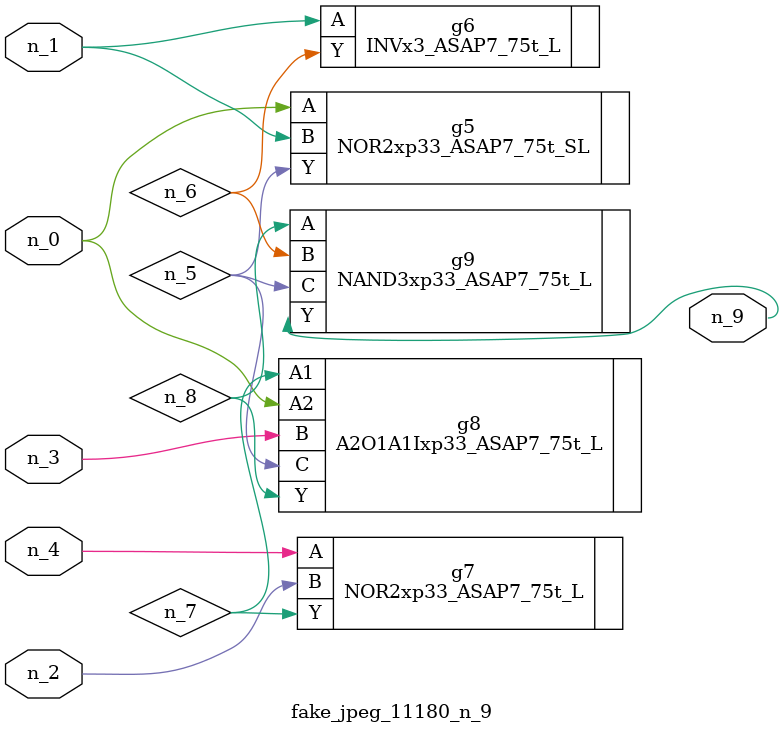
<source format=v>
module fake_jpeg_11180_n_9 (n_3, n_2, n_1, n_0, n_4, n_9);

input n_3;
input n_2;
input n_1;
input n_0;
input n_4;

output n_9;

wire n_8;
wire n_6;
wire n_5;
wire n_7;

NOR2xp33_ASAP7_75t_SL g5 ( 
.A(n_0),
.B(n_1),
.Y(n_5)
);

INVx3_ASAP7_75t_L g6 ( 
.A(n_1),
.Y(n_6)
);

NOR2xp33_ASAP7_75t_L g7 ( 
.A(n_4),
.B(n_2),
.Y(n_7)
);

A2O1A1Ixp33_ASAP7_75t_L g8 ( 
.A1(n_7),
.A2(n_0),
.B(n_3),
.C(n_5),
.Y(n_8)
);

NAND3xp33_ASAP7_75t_L g9 ( 
.A(n_8),
.B(n_6),
.C(n_5),
.Y(n_9)
);


endmodule
</source>
